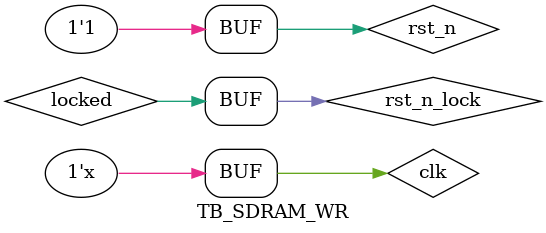
<source format=v>
`timescale 1ns/1ns
module TB_SDRAM_WR();

reg clk;
reg rst_n;

reg         wr_en;
wire [3:0]  init_cmd;
wire [1:0]  init_ba;
wire [12:0] init_addr;
wire        init_end;
wire        clk_50;
wire        clk_100;
wire        clk_100_shift;  
wire        locked;
wire        rst_n_lock;
reg [15:0]  wr_data_in;
wire [3:0]  wr_cmd ;      
wire        wr_ack ;       
wire        wr_end ;    
wire [1:0]  wr_ba;
wire [12:0] wr_sdram_addr;
wire        wr_sdram_en;
wire [16:0] wr_sdram_data;
wire [3:0]  sdram_cmd;
wire [1:0]  sdram_ba;
wire [12:0] sdram_addr;
wire [15:0] sdram_data;

initial begin
    clk = 1'b1;
    rst_n <= 1'b0;
    #20
    rst_n <= 1'b1;
end

always #10 clk = ~ clk;

assign rst_n_lock = rst_n & locked;

assign  sdram_cmd = (init_end)? wr_cmd : init_cmd;
assign  sdram_addr = (init_end)? wr_sdram_addr : init_addr;
assign  sdram_ba = (init_end)? wr_ba : init_ba;
assign  sdram_data = (wr_sdram_en) ? wr_sdram_data : 16'hzzzz;

always @(posedge clk_100 or negedge rst_n) begin
    if(~rst_n)
        wr_data_in <= 16'd0;
    else if (wr_data_in == 16'd10)
        wr_data_in <= 16'd0;
    else if (wr_ack)
        wr_data_in <= wr_data_in + 1'b1;
    else 
        wr_data_in <= wr_data_in;
end

always @(posedge clk_100 or negedge rst_n) begin
    if(~rst_n)
        wr_en <= 1'b0;
    else if (wr_end)
        wr_en <= 1'b0;
    else if (init_end)
        wr_en <= 1'b1;
    else 
        wr_en <= wr_en;
end

defparam  SDRAM_MODULE_INST.addr_bits = 13;
defparam  SDRAM_MODULE_INST.data_bits = 16;
defparam  SDRAM_MODULE_INST.col_bits = 9;
defparam  SDRAM_MODULE_INST.mem_sizes = 2*1024*1024;


clk_gen	clk_gen_inst 
(
	.areset (~rst_n  ),
	.inclk0 (  clk),
	.c0 (clk_50 ),
	.c1 ( clk_100 ),
	.c2 ( clk_100_shift ),
	.locked ( locked)
);


SDRAM_INIT SDRAM_INIT_INST
(
    .clk(clk_100),   // 时钟频率为100MHz
    .rst_n(rst_n_lock),

    .init_cmd(init_cmd),
    .init_ba(init_ba),
    .init_addr(init_addr),
    . init_end(init_end)
);

SDRAM_WR SDRAM_WR_INST
(
   .clk           (clk_100 )  ,
   .rst_n         (rst_n_lock)  ,
   .init_end      (init_end)  ,
   .wr_en         (wr_en)  ,
   .wr_addr       (24'h000_000)  ,    // 两位宽bank地址 13位宽行地址、9位宽列地址
   .wr_data       (wr_data_in)  ,    
   .wr_burst_len  (10'd10)  ,    // 采用页突发，一页512个，采用突发停止模式，可以实现任意长度的写入

   .wr_cmd        (wr_cmd        )  ,
   .wr_ack        (wr_ack        )  ,
   .wr_end        (wr_end        )  ,
   .wr_ba         (wr_ba         )  ,
   .wr_sdram_addr (wr_sdram_addr )  ,
   .wr_sdram_en  (wr_sdram_en  )  ,
   . wr_sdram_data( wr_sdram_data)
);

sdram_model_plus SDRAM_MODULE_INST
(
    .Dq(sdram_data), 
    .Addr(sdram_addr),
    .Ba(sdram_ba),
    .Clk(clk_100_shift), 
    .Cke(1'b1), 
    .Cs_n(sdram_cmd[3]), 
    .Ras_n(sdram_cmd[2]), 
    .Cas_n(sdram_cmd[1]), 
    .We_n(sdram_cmd[0]), 
    .Dqm(2'b00),
    .Debug(1'b1)
);

endmodule
</source>
